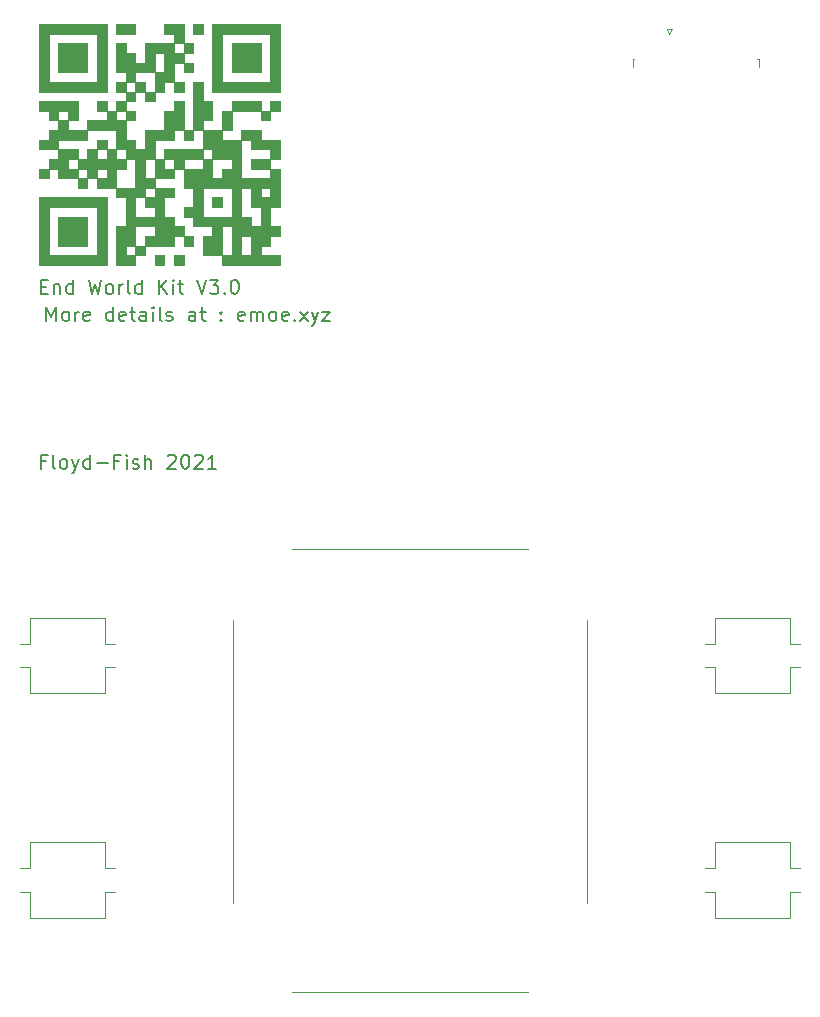
<source format=gbr>
%TF.GenerationSoftware,KiCad,Pcbnew,(5.1.8)-1*%
%TF.CreationDate,2021-08-31T22:24:42+08:00*%
%TF.ProjectId,End_World_Kit_V3.0,456e645f-576f-4726-9c64-5f4b69745f56,rev?*%
%TF.SameCoordinates,Original*%
%TF.FileFunction,Legend,Top*%
%TF.FilePolarity,Positive*%
%FSLAX46Y46*%
G04 Gerber Fmt 4.6, Leading zero omitted, Abs format (unit mm)*
G04 Created by KiCad (PCBNEW (5.1.8)-1) date 2021-08-31 22:24:42*
%MOMM*%
%LPD*%
G01*
G04 APERTURE LIST*
%ADD10C,0.150000*%
%ADD11C,0.010000*%
%ADD12C,0.120000*%
G04 APERTURE END LIST*
D10*
X68900000Y-98314285D02*
X68500000Y-98314285D01*
X68500000Y-98942857D02*
X68500000Y-97742857D01*
X69071428Y-97742857D01*
X69700000Y-98942857D02*
X69585714Y-98885714D01*
X69528571Y-98771428D01*
X69528571Y-97742857D01*
X70328571Y-98942857D02*
X70214285Y-98885714D01*
X70157142Y-98828571D01*
X70100000Y-98714285D01*
X70100000Y-98371428D01*
X70157142Y-98257142D01*
X70214285Y-98200000D01*
X70328571Y-98142857D01*
X70500000Y-98142857D01*
X70614285Y-98200000D01*
X70671428Y-98257142D01*
X70728571Y-98371428D01*
X70728571Y-98714285D01*
X70671428Y-98828571D01*
X70614285Y-98885714D01*
X70500000Y-98942857D01*
X70328571Y-98942857D01*
X71128571Y-98142857D02*
X71414285Y-98942857D01*
X71700000Y-98142857D02*
X71414285Y-98942857D01*
X71300000Y-99228571D01*
X71242857Y-99285714D01*
X71128571Y-99342857D01*
X72671428Y-98942857D02*
X72671428Y-97742857D01*
X72671428Y-98885714D02*
X72557142Y-98942857D01*
X72328571Y-98942857D01*
X72214285Y-98885714D01*
X72157142Y-98828571D01*
X72100000Y-98714285D01*
X72100000Y-98371428D01*
X72157142Y-98257142D01*
X72214285Y-98200000D01*
X72328571Y-98142857D01*
X72557142Y-98142857D01*
X72671428Y-98200000D01*
X73242857Y-98485714D02*
X74157142Y-98485714D01*
X75128571Y-98314285D02*
X74728571Y-98314285D01*
X74728571Y-98942857D02*
X74728571Y-97742857D01*
X75300000Y-97742857D01*
X75757142Y-98942857D02*
X75757142Y-98142857D01*
X75757142Y-97742857D02*
X75700000Y-97800000D01*
X75757142Y-97857142D01*
X75814285Y-97800000D01*
X75757142Y-97742857D01*
X75757142Y-97857142D01*
X76271428Y-98885714D02*
X76385714Y-98942857D01*
X76614285Y-98942857D01*
X76728571Y-98885714D01*
X76785714Y-98771428D01*
X76785714Y-98714285D01*
X76728571Y-98600000D01*
X76614285Y-98542857D01*
X76442857Y-98542857D01*
X76328571Y-98485714D01*
X76271428Y-98371428D01*
X76271428Y-98314285D01*
X76328571Y-98200000D01*
X76442857Y-98142857D01*
X76614285Y-98142857D01*
X76728571Y-98200000D01*
X77300000Y-98942857D02*
X77300000Y-97742857D01*
X77814285Y-98942857D02*
X77814285Y-98314285D01*
X77757142Y-98200000D01*
X77642857Y-98142857D01*
X77471428Y-98142857D01*
X77357142Y-98200000D01*
X77300000Y-98257142D01*
X79242857Y-97857142D02*
X79300000Y-97800000D01*
X79414285Y-97742857D01*
X79700000Y-97742857D01*
X79814285Y-97800000D01*
X79871428Y-97857142D01*
X79928571Y-97971428D01*
X79928571Y-98085714D01*
X79871428Y-98257142D01*
X79185714Y-98942857D01*
X79928571Y-98942857D01*
X80671428Y-97742857D02*
X80785714Y-97742857D01*
X80900000Y-97800000D01*
X80957142Y-97857142D01*
X81014285Y-97971428D01*
X81071428Y-98200000D01*
X81071428Y-98485714D01*
X81014285Y-98714285D01*
X80957142Y-98828571D01*
X80900000Y-98885714D01*
X80785714Y-98942857D01*
X80671428Y-98942857D01*
X80557142Y-98885714D01*
X80500000Y-98828571D01*
X80442857Y-98714285D01*
X80385714Y-98485714D01*
X80385714Y-98200000D01*
X80442857Y-97971428D01*
X80500000Y-97857142D01*
X80557142Y-97800000D01*
X80671428Y-97742857D01*
X81528571Y-97857142D02*
X81585714Y-97800000D01*
X81700000Y-97742857D01*
X81985714Y-97742857D01*
X82100000Y-97800000D01*
X82157142Y-97857142D01*
X82214285Y-97971428D01*
X82214285Y-98085714D01*
X82157142Y-98257142D01*
X81471428Y-98942857D01*
X82214285Y-98942857D01*
X83357142Y-98942857D02*
X82671428Y-98942857D01*
X83014285Y-98942857D02*
X83014285Y-97742857D01*
X82900000Y-97914285D01*
X82785714Y-98028571D01*
X82671428Y-98085714D01*
X68957142Y-86442857D02*
X68957142Y-85242857D01*
X69357142Y-86100000D01*
X69757142Y-85242857D01*
X69757142Y-86442857D01*
X70500000Y-86442857D02*
X70385714Y-86385714D01*
X70328571Y-86328571D01*
X70271428Y-86214285D01*
X70271428Y-85871428D01*
X70328571Y-85757142D01*
X70385714Y-85700000D01*
X70500000Y-85642857D01*
X70671428Y-85642857D01*
X70785714Y-85700000D01*
X70842857Y-85757142D01*
X70900000Y-85871428D01*
X70900000Y-86214285D01*
X70842857Y-86328571D01*
X70785714Y-86385714D01*
X70671428Y-86442857D01*
X70500000Y-86442857D01*
X71414285Y-86442857D02*
X71414285Y-85642857D01*
X71414285Y-85871428D02*
X71471428Y-85757142D01*
X71528571Y-85700000D01*
X71642857Y-85642857D01*
X71757142Y-85642857D01*
X72614285Y-86385714D02*
X72500000Y-86442857D01*
X72271428Y-86442857D01*
X72157142Y-86385714D01*
X72100000Y-86271428D01*
X72100000Y-85814285D01*
X72157142Y-85700000D01*
X72271428Y-85642857D01*
X72500000Y-85642857D01*
X72614285Y-85700000D01*
X72671428Y-85814285D01*
X72671428Y-85928571D01*
X72100000Y-86042857D01*
X74614285Y-86442857D02*
X74614285Y-85242857D01*
X74614285Y-86385714D02*
X74500000Y-86442857D01*
X74271428Y-86442857D01*
X74157142Y-86385714D01*
X74100000Y-86328571D01*
X74042857Y-86214285D01*
X74042857Y-85871428D01*
X74100000Y-85757142D01*
X74157142Y-85700000D01*
X74271428Y-85642857D01*
X74500000Y-85642857D01*
X74614285Y-85700000D01*
X75642857Y-86385714D02*
X75528571Y-86442857D01*
X75300000Y-86442857D01*
X75185714Y-86385714D01*
X75128571Y-86271428D01*
X75128571Y-85814285D01*
X75185714Y-85700000D01*
X75300000Y-85642857D01*
X75528571Y-85642857D01*
X75642857Y-85700000D01*
X75700000Y-85814285D01*
X75700000Y-85928571D01*
X75128571Y-86042857D01*
X76042857Y-85642857D02*
X76500000Y-85642857D01*
X76214285Y-85242857D02*
X76214285Y-86271428D01*
X76271428Y-86385714D01*
X76385714Y-86442857D01*
X76500000Y-86442857D01*
X77414285Y-86442857D02*
X77414285Y-85814285D01*
X77357142Y-85700000D01*
X77242857Y-85642857D01*
X77014285Y-85642857D01*
X76900000Y-85700000D01*
X77414285Y-86385714D02*
X77300000Y-86442857D01*
X77014285Y-86442857D01*
X76900000Y-86385714D01*
X76842857Y-86271428D01*
X76842857Y-86157142D01*
X76900000Y-86042857D01*
X77014285Y-85985714D01*
X77300000Y-85985714D01*
X77414285Y-85928571D01*
X77985714Y-86442857D02*
X77985714Y-85642857D01*
X77985714Y-85242857D02*
X77928571Y-85300000D01*
X77985714Y-85357142D01*
X78042857Y-85300000D01*
X77985714Y-85242857D01*
X77985714Y-85357142D01*
X78728571Y-86442857D02*
X78614285Y-86385714D01*
X78557142Y-86271428D01*
X78557142Y-85242857D01*
X79128571Y-86385714D02*
X79242857Y-86442857D01*
X79471428Y-86442857D01*
X79585714Y-86385714D01*
X79642857Y-86271428D01*
X79642857Y-86214285D01*
X79585714Y-86100000D01*
X79471428Y-86042857D01*
X79300000Y-86042857D01*
X79185714Y-85985714D01*
X79128571Y-85871428D01*
X79128571Y-85814285D01*
X79185714Y-85700000D01*
X79300000Y-85642857D01*
X79471428Y-85642857D01*
X79585714Y-85700000D01*
X81585714Y-86442857D02*
X81585714Y-85814285D01*
X81528571Y-85700000D01*
X81414285Y-85642857D01*
X81185714Y-85642857D01*
X81071428Y-85700000D01*
X81585714Y-86385714D02*
X81471428Y-86442857D01*
X81185714Y-86442857D01*
X81071428Y-86385714D01*
X81014285Y-86271428D01*
X81014285Y-86157142D01*
X81071428Y-86042857D01*
X81185714Y-85985714D01*
X81471428Y-85985714D01*
X81585714Y-85928571D01*
X81985714Y-85642857D02*
X82442857Y-85642857D01*
X82157142Y-85242857D02*
X82157142Y-86271428D01*
X82214285Y-86385714D01*
X82328571Y-86442857D01*
X82442857Y-86442857D01*
X83757142Y-86328571D02*
X83814285Y-86385714D01*
X83757142Y-86442857D01*
X83700000Y-86385714D01*
X83757142Y-86328571D01*
X83757142Y-86442857D01*
X83757142Y-85700000D02*
X83814285Y-85757142D01*
X83757142Y-85814285D01*
X83700000Y-85757142D01*
X83757142Y-85700000D01*
X83757142Y-85814285D01*
X85700000Y-86385714D02*
X85585714Y-86442857D01*
X85357142Y-86442857D01*
X85242857Y-86385714D01*
X85185714Y-86271428D01*
X85185714Y-85814285D01*
X85242857Y-85700000D01*
X85357142Y-85642857D01*
X85585714Y-85642857D01*
X85700000Y-85700000D01*
X85757142Y-85814285D01*
X85757142Y-85928571D01*
X85185714Y-86042857D01*
X86271428Y-86442857D02*
X86271428Y-85642857D01*
X86271428Y-85757142D02*
X86328571Y-85700000D01*
X86442857Y-85642857D01*
X86614285Y-85642857D01*
X86728571Y-85700000D01*
X86785714Y-85814285D01*
X86785714Y-86442857D01*
X86785714Y-85814285D02*
X86842857Y-85700000D01*
X86957142Y-85642857D01*
X87128571Y-85642857D01*
X87242857Y-85700000D01*
X87300000Y-85814285D01*
X87300000Y-86442857D01*
X88042857Y-86442857D02*
X87928571Y-86385714D01*
X87871428Y-86328571D01*
X87814285Y-86214285D01*
X87814285Y-85871428D01*
X87871428Y-85757142D01*
X87928571Y-85700000D01*
X88042857Y-85642857D01*
X88214285Y-85642857D01*
X88328571Y-85700000D01*
X88385714Y-85757142D01*
X88442857Y-85871428D01*
X88442857Y-86214285D01*
X88385714Y-86328571D01*
X88328571Y-86385714D01*
X88214285Y-86442857D01*
X88042857Y-86442857D01*
X89414285Y-86385714D02*
X89300000Y-86442857D01*
X89071428Y-86442857D01*
X88957142Y-86385714D01*
X88900000Y-86271428D01*
X88900000Y-85814285D01*
X88957142Y-85700000D01*
X89071428Y-85642857D01*
X89300000Y-85642857D01*
X89414285Y-85700000D01*
X89471428Y-85814285D01*
X89471428Y-85928571D01*
X88900000Y-86042857D01*
X89985714Y-86328571D02*
X90042857Y-86385714D01*
X89985714Y-86442857D01*
X89928571Y-86385714D01*
X89985714Y-86328571D01*
X89985714Y-86442857D01*
X90442857Y-86442857D02*
X91071428Y-85642857D01*
X90442857Y-85642857D02*
X91071428Y-86442857D01*
X91414285Y-85642857D02*
X91700000Y-86442857D01*
X91985714Y-85642857D02*
X91700000Y-86442857D01*
X91585714Y-86728571D01*
X91528571Y-86785714D01*
X91414285Y-86842857D01*
X92328571Y-85642857D02*
X92957142Y-85642857D01*
X92328571Y-86442857D01*
X92957142Y-86442857D01*
X68507142Y-83514285D02*
X68907142Y-83514285D01*
X69078571Y-84142857D02*
X68507142Y-84142857D01*
X68507142Y-82942857D01*
X69078571Y-82942857D01*
X69592857Y-83342857D02*
X69592857Y-84142857D01*
X69592857Y-83457142D02*
X69650000Y-83400000D01*
X69764285Y-83342857D01*
X69935714Y-83342857D01*
X70050000Y-83400000D01*
X70107142Y-83514285D01*
X70107142Y-84142857D01*
X71192857Y-84142857D02*
X71192857Y-82942857D01*
X71192857Y-84085714D02*
X71078571Y-84142857D01*
X70850000Y-84142857D01*
X70735714Y-84085714D01*
X70678571Y-84028571D01*
X70621428Y-83914285D01*
X70621428Y-83571428D01*
X70678571Y-83457142D01*
X70735714Y-83400000D01*
X70850000Y-83342857D01*
X71078571Y-83342857D01*
X71192857Y-83400000D01*
X72564285Y-82942857D02*
X72850000Y-84142857D01*
X73078571Y-83285714D01*
X73307142Y-84142857D01*
X73592857Y-82942857D01*
X74221428Y-84142857D02*
X74107142Y-84085714D01*
X74050000Y-84028571D01*
X73992857Y-83914285D01*
X73992857Y-83571428D01*
X74050000Y-83457142D01*
X74107142Y-83400000D01*
X74221428Y-83342857D01*
X74392857Y-83342857D01*
X74507142Y-83400000D01*
X74564285Y-83457142D01*
X74621428Y-83571428D01*
X74621428Y-83914285D01*
X74564285Y-84028571D01*
X74507142Y-84085714D01*
X74392857Y-84142857D01*
X74221428Y-84142857D01*
X75135714Y-84142857D02*
X75135714Y-83342857D01*
X75135714Y-83571428D02*
X75192857Y-83457142D01*
X75250000Y-83400000D01*
X75364285Y-83342857D01*
X75478571Y-83342857D01*
X76050000Y-84142857D02*
X75935714Y-84085714D01*
X75878571Y-83971428D01*
X75878571Y-82942857D01*
X77021428Y-84142857D02*
X77021428Y-82942857D01*
X77021428Y-84085714D02*
X76907142Y-84142857D01*
X76678571Y-84142857D01*
X76564285Y-84085714D01*
X76507142Y-84028571D01*
X76450000Y-83914285D01*
X76450000Y-83571428D01*
X76507142Y-83457142D01*
X76564285Y-83400000D01*
X76678571Y-83342857D01*
X76907142Y-83342857D01*
X77021428Y-83400000D01*
X78507142Y-84142857D02*
X78507142Y-82942857D01*
X79192857Y-84142857D02*
X78678571Y-83457142D01*
X79192857Y-82942857D02*
X78507142Y-83628571D01*
X79707142Y-84142857D02*
X79707142Y-83342857D01*
X79707142Y-82942857D02*
X79650000Y-83000000D01*
X79707142Y-83057142D01*
X79764285Y-83000000D01*
X79707142Y-82942857D01*
X79707142Y-83057142D01*
X80107142Y-83342857D02*
X80564285Y-83342857D01*
X80278571Y-82942857D02*
X80278571Y-83971428D01*
X80335714Y-84085714D01*
X80450000Y-84142857D01*
X80564285Y-84142857D01*
X81707142Y-82942857D02*
X82107142Y-84142857D01*
X82507142Y-82942857D01*
X82792857Y-82942857D02*
X83535714Y-82942857D01*
X83135714Y-83400000D01*
X83307142Y-83400000D01*
X83421428Y-83457142D01*
X83478571Y-83514285D01*
X83535714Y-83628571D01*
X83535714Y-83914285D01*
X83478571Y-84028571D01*
X83421428Y-84085714D01*
X83307142Y-84142857D01*
X82964285Y-84142857D01*
X82850000Y-84085714D01*
X82792857Y-84028571D01*
X84050000Y-84028571D02*
X84107142Y-84085714D01*
X84050000Y-84142857D01*
X83992857Y-84085714D01*
X84050000Y-84028571D01*
X84050000Y-84142857D01*
X84850000Y-82942857D02*
X84964285Y-82942857D01*
X85078571Y-83000000D01*
X85135714Y-83057142D01*
X85192857Y-83171428D01*
X85250000Y-83400000D01*
X85250000Y-83685714D01*
X85192857Y-83914285D01*
X85135714Y-84028571D01*
X85078571Y-84085714D01*
X84964285Y-84142857D01*
X84850000Y-84142857D01*
X84735714Y-84085714D01*
X84678571Y-84028571D01*
X84621428Y-83914285D01*
X84564285Y-83685714D01*
X84564285Y-83400000D01*
X84621428Y-83171428D01*
X84678571Y-83057142D01*
X84735714Y-83000000D01*
X84850000Y-82942857D01*
D11*
%TO.C,G\u002A\u002A\u002A*%
G36*
X87176334Y-65344334D02*
G01*
X84721000Y-65344334D01*
X84721000Y-62889000D01*
X87176334Y-62889000D01*
X87176334Y-65344334D01*
G37*
X87176334Y-65344334D02*
X84721000Y-65344334D01*
X84721000Y-62889000D01*
X87176334Y-62889000D01*
X87176334Y-65344334D01*
G36*
X72444334Y-65344334D02*
G01*
X69989000Y-65344334D01*
X69989000Y-62889000D01*
X72444334Y-62889000D01*
X72444334Y-65344334D01*
G37*
X72444334Y-65344334D02*
X69989000Y-65344334D01*
X69989000Y-62889000D01*
X72444334Y-62889000D01*
X72444334Y-65344334D01*
G36*
X74137667Y-71863667D02*
G01*
X73291000Y-71863667D01*
X73291000Y-71101667D01*
X74137667Y-71101667D01*
X74137667Y-71863667D01*
G37*
X74137667Y-71863667D02*
X73291000Y-71863667D01*
X73291000Y-71101667D01*
X74137667Y-71101667D01*
X74137667Y-71863667D01*
G36*
X83874334Y-76774334D02*
G01*
X83027667Y-76774334D01*
X83027667Y-75927667D01*
X83874334Y-75927667D01*
X83874334Y-76774334D01*
G37*
X83874334Y-76774334D02*
X83027667Y-76774334D01*
X83027667Y-75927667D01*
X83874334Y-75927667D01*
X83874334Y-76774334D01*
G36*
X72444334Y-80076334D02*
G01*
X69989000Y-80076334D01*
X69989000Y-77621000D01*
X72444334Y-77621000D01*
X72444334Y-80076334D01*
G37*
X72444334Y-80076334D02*
X69989000Y-80076334D01*
X69989000Y-77621000D01*
X72444334Y-77621000D01*
X72444334Y-80076334D01*
G36*
X82265667Y-62127000D02*
G01*
X81419000Y-62127000D01*
X81419000Y-61280334D01*
X82265667Y-61280334D01*
X82265667Y-62127000D01*
G37*
X82265667Y-62127000D02*
X81419000Y-62127000D01*
X81419000Y-61280334D01*
X82265667Y-61280334D01*
X82265667Y-62127000D01*
G36*
X76508334Y-62127000D02*
G01*
X74899667Y-62127000D01*
X74899667Y-61280334D01*
X76508334Y-61280334D01*
X76508334Y-62127000D01*
G37*
X76508334Y-62127000D02*
X74899667Y-62127000D01*
X74899667Y-61280334D01*
X76508334Y-61280334D01*
X76508334Y-62127000D01*
G36*
X88785000Y-67037667D02*
G01*
X83027667Y-67037667D01*
X83027667Y-62127000D01*
X83874334Y-62127000D01*
X83874334Y-66191000D01*
X87938334Y-66191000D01*
X87938334Y-62127000D01*
X83874334Y-62127000D01*
X83027667Y-62127000D01*
X83027667Y-61280334D01*
X88785000Y-61280334D01*
X88785000Y-67037667D01*
G37*
X88785000Y-67037667D02*
X83027667Y-67037667D01*
X83027667Y-62127000D01*
X83874334Y-62127000D01*
X83874334Y-66191000D01*
X87938334Y-66191000D01*
X87938334Y-62127000D01*
X83874334Y-62127000D01*
X83027667Y-62127000D01*
X83027667Y-61280334D01*
X88785000Y-61280334D01*
X88785000Y-67037667D01*
G36*
X74137667Y-67037667D02*
G01*
X68380334Y-67037667D01*
X68380334Y-62127000D01*
X69227000Y-62127000D01*
X69227000Y-66191000D01*
X73291000Y-66191000D01*
X73291000Y-62127000D01*
X69227000Y-62127000D01*
X68380334Y-62127000D01*
X68380334Y-61280334D01*
X74137667Y-61280334D01*
X74137667Y-67037667D01*
G37*
X74137667Y-67037667D02*
X68380334Y-67037667D01*
X68380334Y-62127000D01*
X69227000Y-62127000D01*
X69227000Y-66191000D01*
X73291000Y-66191000D01*
X73291000Y-62127000D01*
X69227000Y-62127000D01*
X68380334Y-62127000D01*
X68380334Y-61280334D01*
X74137667Y-61280334D01*
X74137667Y-67037667D01*
G36*
X80657000Y-81685000D02*
G01*
X79810334Y-81685000D01*
X79810334Y-80838334D01*
X80657000Y-80838334D01*
X80657000Y-81685000D01*
G37*
X80657000Y-81685000D02*
X79810334Y-81685000D01*
X79810334Y-80838334D01*
X80657000Y-80838334D01*
X80657000Y-81685000D01*
G36*
X78963667Y-81685000D02*
G01*
X78201667Y-81685000D01*
X78201667Y-80838334D01*
X78963667Y-80838334D01*
X78963667Y-81685000D01*
G37*
X78963667Y-81685000D02*
X78201667Y-81685000D01*
X78201667Y-80838334D01*
X78963667Y-80838334D01*
X78963667Y-81685000D01*
G36*
X75746334Y-71101667D02*
G01*
X76508334Y-71101667D01*
X76508334Y-71863667D01*
X77355000Y-71863667D01*
X77355000Y-71101667D01*
X78201667Y-71101667D01*
X78201667Y-72710334D01*
X78963667Y-72710334D01*
X78963667Y-73557000D01*
X79810334Y-73557000D01*
X79810334Y-72710334D01*
X80657000Y-72710334D01*
X80657000Y-73557000D01*
X82265667Y-73557000D01*
X82265667Y-72710334D01*
X80657000Y-72710334D01*
X79810334Y-72710334D01*
X78963667Y-72710334D01*
X78963667Y-71863667D01*
X82265667Y-71863667D01*
X82265667Y-72710334D01*
X83027667Y-72710334D01*
X83027667Y-74319000D01*
X83874334Y-74319000D01*
X83874334Y-73557000D01*
X84721000Y-73557000D01*
X84721000Y-72710334D01*
X83027667Y-72710334D01*
X83027667Y-71863667D01*
X82265667Y-71863667D01*
X82265667Y-70255000D01*
X81419000Y-70255000D01*
X81419000Y-71101667D01*
X80657000Y-71101667D01*
X80657000Y-70255000D01*
X79810334Y-70255000D01*
X79810334Y-71101667D01*
X78201667Y-71101667D01*
X77355000Y-71101667D01*
X77355000Y-70255000D01*
X78963667Y-70255000D01*
X78963667Y-68646334D01*
X79810334Y-68646334D01*
X79810334Y-67799667D01*
X80657000Y-67799667D01*
X80657000Y-70255000D01*
X81419000Y-70255000D01*
X81419000Y-66191000D01*
X82265667Y-66191000D01*
X82265667Y-67799667D01*
X83027667Y-67799667D01*
X83027667Y-69408334D01*
X82265667Y-69408334D01*
X82265667Y-70255000D01*
X83874334Y-70255000D01*
X83874334Y-71101667D01*
X85483000Y-71101667D01*
X85483000Y-74319000D01*
X87938334Y-74319000D01*
X87938334Y-73557000D01*
X86329667Y-73557000D01*
X86329667Y-72710334D01*
X87938334Y-72710334D01*
X87938334Y-71863667D01*
X86329667Y-71863667D01*
X86329667Y-71101667D01*
X85483000Y-71101667D01*
X85483000Y-70255000D01*
X87176334Y-70255000D01*
X87176334Y-71101667D01*
X88785000Y-71101667D01*
X88785000Y-72710334D01*
X87938334Y-72710334D01*
X87938334Y-73557000D01*
X88785000Y-73557000D01*
X88785000Y-76774334D01*
X87938334Y-76774334D01*
X87938334Y-78383000D01*
X88785000Y-78383000D01*
X88785000Y-79229667D01*
X87938334Y-79229667D01*
X87938334Y-80076334D01*
X87176334Y-80076334D01*
X87176334Y-80838334D01*
X88785000Y-80838334D01*
X88785000Y-81685000D01*
X83874334Y-81685000D01*
X83874334Y-80838334D01*
X82265667Y-80838334D01*
X82265667Y-79229667D01*
X83027667Y-79229667D01*
X83027667Y-78383000D01*
X83874334Y-78383000D01*
X83874334Y-80838334D01*
X84721000Y-80838334D01*
X84721000Y-79229667D01*
X85483000Y-79229667D01*
X85483000Y-80838334D01*
X86329667Y-80838334D01*
X86329667Y-79229667D01*
X85483000Y-79229667D01*
X84721000Y-79229667D01*
X84721000Y-78383000D01*
X83874334Y-78383000D01*
X83027667Y-78383000D01*
X81419000Y-78383000D01*
X81419000Y-77621000D01*
X80657000Y-77621000D01*
X80657000Y-76774334D01*
X81419000Y-76774334D01*
X81419000Y-75165667D01*
X82265667Y-75165667D01*
X82265667Y-77621000D01*
X84721000Y-77621000D01*
X84721000Y-75165667D01*
X85483000Y-75165667D01*
X85483000Y-77621000D01*
X86329667Y-77621000D01*
X86329667Y-78383000D01*
X87176334Y-78383000D01*
X87176334Y-76774334D01*
X86329667Y-76774334D01*
X86329667Y-75165667D01*
X87176334Y-75165667D01*
X87176334Y-75927667D01*
X87938334Y-75927667D01*
X87938334Y-75165667D01*
X87176334Y-75165667D01*
X86329667Y-75165667D01*
X85483000Y-75165667D01*
X84721000Y-75165667D01*
X82265667Y-75165667D01*
X81419000Y-75165667D01*
X80657000Y-75165667D01*
X80657000Y-73557000D01*
X79810334Y-73557000D01*
X79810334Y-74319000D01*
X78201667Y-74319000D01*
X78201667Y-75165667D01*
X79810334Y-75165667D01*
X79810334Y-75927667D01*
X78963667Y-75927667D01*
X78963667Y-77621000D01*
X79810334Y-77621000D01*
X79810334Y-78383000D01*
X80657000Y-78383000D01*
X80657000Y-79229667D01*
X79810334Y-79229667D01*
X79810334Y-80076334D01*
X77355000Y-80076334D01*
X77355000Y-80838334D01*
X76508334Y-80838334D01*
X76508334Y-81685000D01*
X74899667Y-81685000D01*
X74899667Y-80076334D01*
X75746334Y-80076334D01*
X75746334Y-80838334D01*
X76508334Y-80838334D01*
X76508334Y-80076334D01*
X75746334Y-80076334D01*
X74899667Y-80076334D01*
X74899667Y-78383000D01*
X75746334Y-78383000D01*
X76508334Y-78383000D01*
X76508334Y-80076334D01*
X77355000Y-80076334D01*
X77355000Y-79229667D01*
X78201667Y-79229667D01*
X78201667Y-78383000D01*
X76508334Y-78383000D01*
X75746334Y-78383000D01*
X75746334Y-75927667D01*
X76508334Y-75927667D01*
X76508334Y-77621000D01*
X78201667Y-77621000D01*
X78201667Y-76774334D01*
X77355000Y-76774334D01*
X77355000Y-75927667D01*
X76508334Y-75927667D01*
X75746334Y-75927667D01*
X74899667Y-75927667D01*
X74899667Y-75165667D01*
X73291000Y-75165667D01*
X73291000Y-74319000D01*
X72444334Y-74319000D01*
X72444334Y-75165667D01*
X71682334Y-75165667D01*
X71682334Y-74319000D01*
X72444334Y-74319000D01*
X72444334Y-73557000D01*
X73291000Y-73557000D01*
X73291000Y-74319000D01*
X74137667Y-74319000D01*
X74137667Y-73557000D01*
X74899667Y-73557000D01*
X74899667Y-75165667D01*
X76508334Y-75165667D01*
X77355000Y-75165667D01*
X77355000Y-75927667D01*
X78201667Y-75927667D01*
X78201667Y-75165667D01*
X77355000Y-75165667D01*
X76508334Y-75165667D01*
X76508334Y-72710334D01*
X77355000Y-72710334D01*
X77355000Y-74319000D01*
X78201667Y-74319000D01*
X78201667Y-72710334D01*
X77355000Y-72710334D01*
X76508334Y-72710334D01*
X75746334Y-72710334D01*
X75746334Y-73557000D01*
X74899667Y-73557000D01*
X74137667Y-73557000D01*
X73291000Y-73557000D01*
X72444334Y-73557000D01*
X71682334Y-73557000D01*
X71682334Y-74319000D01*
X69989000Y-74319000D01*
X69989000Y-73557000D01*
X69227000Y-73557000D01*
X69227000Y-72710334D01*
X69989000Y-72710334D01*
X70835667Y-72710334D01*
X70835667Y-73557000D01*
X71682334Y-73557000D01*
X71682334Y-72710334D01*
X70835667Y-72710334D01*
X69989000Y-72710334D01*
X69989000Y-71863667D01*
X68380334Y-71863667D01*
X68380334Y-71101667D01*
X69227000Y-71101667D01*
X69989000Y-71101667D01*
X69989000Y-71863667D01*
X71682334Y-71863667D01*
X71682334Y-72710334D01*
X72444334Y-72710334D01*
X72444334Y-71863667D01*
X73291000Y-71863667D01*
X73291000Y-72710334D01*
X74137667Y-72710334D01*
X74137667Y-71863667D01*
X74899667Y-71863667D01*
X74899667Y-72710334D01*
X75746334Y-72710334D01*
X75746334Y-71863667D01*
X74899667Y-71863667D01*
X74899667Y-70255000D01*
X72444334Y-70255000D01*
X72444334Y-71101667D01*
X69989000Y-71101667D01*
X69227000Y-71101667D01*
X69227000Y-70255000D01*
X69989000Y-70255000D01*
X69989000Y-69408334D01*
X69227000Y-69408334D01*
X69227000Y-68646334D01*
X69989000Y-68646334D01*
X69989000Y-69408334D01*
X70835667Y-69408334D01*
X70835667Y-68646334D01*
X69989000Y-68646334D01*
X69227000Y-68646334D01*
X68380334Y-68646334D01*
X68380334Y-67799667D01*
X71682334Y-67799667D01*
X71682334Y-69408334D01*
X70835667Y-69408334D01*
X70835667Y-70255000D01*
X72444334Y-70255000D01*
X72444334Y-69408334D01*
X74137667Y-69408334D01*
X74137667Y-68646334D01*
X74899667Y-68646334D01*
X74899667Y-69408334D01*
X75746334Y-69408334D01*
X75746334Y-71101667D01*
G37*
X75746334Y-71101667D02*
X76508334Y-71101667D01*
X76508334Y-71863667D01*
X77355000Y-71863667D01*
X77355000Y-71101667D01*
X78201667Y-71101667D01*
X78201667Y-72710334D01*
X78963667Y-72710334D01*
X78963667Y-73557000D01*
X79810334Y-73557000D01*
X79810334Y-72710334D01*
X80657000Y-72710334D01*
X80657000Y-73557000D01*
X82265667Y-73557000D01*
X82265667Y-72710334D01*
X80657000Y-72710334D01*
X79810334Y-72710334D01*
X78963667Y-72710334D01*
X78963667Y-71863667D01*
X82265667Y-71863667D01*
X82265667Y-72710334D01*
X83027667Y-72710334D01*
X83027667Y-74319000D01*
X83874334Y-74319000D01*
X83874334Y-73557000D01*
X84721000Y-73557000D01*
X84721000Y-72710334D01*
X83027667Y-72710334D01*
X83027667Y-71863667D01*
X82265667Y-71863667D01*
X82265667Y-70255000D01*
X81419000Y-70255000D01*
X81419000Y-71101667D01*
X80657000Y-71101667D01*
X80657000Y-70255000D01*
X79810334Y-70255000D01*
X79810334Y-71101667D01*
X78201667Y-71101667D01*
X77355000Y-71101667D01*
X77355000Y-70255000D01*
X78963667Y-70255000D01*
X78963667Y-68646334D01*
X79810334Y-68646334D01*
X79810334Y-67799667D01*
X80657000Y-67799667D01*
X80657000Y-70255000D01*
X81419000Y-70255000D01*
X81419000Y-66191000D01*
X82265667Y-66191000D01*
X82265667Y-67799667D01*
X83027667Y-67799667D01*
X83027667Y-69408334D01*
X82265667Y-69408334D01*
X82265667Y-70255000D01*
X83874334Y-70255000D01*
X83874334Y-71101667D01*
X85483000Y-71101667D01*
X85483000Y-74319000D01*
X87938334Y-74319000D01*
X87938334Y-73557000D01*
X86329667Y-73557000D01*
X86329667Y-72710334D01*
X87938334Y-72710334D01*
X87938334Y-71863667D01*
X86329667Y-71863667D01*
X86329667Y-71101667D01*
X85483000Y-71101667D01*
X85483000Y-70255000D01*
X87176334Y-70255000D01*
X87176334Y-71101667D01*
X88785000Y-71101667D01*
X88785000Y-72710334D01*
X87938334Y-72710334D01*
X87938334Y-73557000D01*
X88785000Y-73557000D01*
X88785000Y-76774334D01*
X87938334Y-76774334D01*
X87938334Y-78383000D01*
X88785000Y-78383000D01*
X88785000Y-79229667D01*
X87938334Y-79229667D01*
X87938334Y-80076334D01*
X87176334Y-80076334D01*
X87176334Y-80838334D01*
X88785000Y-80838334D01*
X88785000Y-81685000D01*
X83874334Y-81685000D01*
X83874334Y-80838334D01*
X82265667Y-80838334D01*
X82265667Y-79229667D01*
X83027667Y-79229667D01*
X83027667Y-78383000D01*
X83874334Y-78383000D01*
X83874334Y-80838334D01*
X84721000Y-80838334D01*
X84721000Y-79229667D01*
X85483000Y-79229667D01*
X85483000Y-80838334D01*
X86329667Y-80838334D01*
X86329667Y-79229667D01*
X85483000Y-79229667D01*
X84721000Y-79229667D01*
X84721000Y-78383000D01*
X83874334Y-78383000D01*
X83027667Y-78383000D01*
X81419000Y-78383000D01*
X81419000Y-77621000D01*
X80657000Y-77621000D01*
X80657000Y-76774334D01*
X81419000Y-76774334D01*
X81419000Y-75165667D01*
X82265667Y-75165667D01*
X82265667Y-77621000D01*
X84721000Y-77621000D01*
X84721000Y-75165667D01*
X85483000Y-75165667D01*
X85483000Y-77621000D01*
X86329667Y-77621000D01*
X86329667Y-78383000D01*
X87176334Y-78383000D01*
X87176334Y-76774334D01*
X86329667Y-76774334D01*
X86329667Y-75165667D01*
X87176334Y-75165667D01*
X87176334Y-75927667D01*
X87938334Y-75927667D01*
X87938334Y-75165667D01*
X87176334Y-75165667D01*
X86329667Y-75165667D01*
X85483000Y-75165667D01*
X84721000Y-75165667D01*
X82265667Y-75165667D01*
X81419000Y-75165667D01*
X80657000Y-75165667D01*
X80657000Y-73557000D01*
X79810334Y-73557000D01*
X79810334Y-74319000D01*
X78201667Y-74319000D01*
X78201667Y-75165667D01*
X79810334Y-75165667D01*
X79810334Y-75927667D01*
X78963667Y-75927667D01*
X78963667Y-77621000D01*
X79810334Y-77621000D01*
X79810334Y-78383000D01*
X80657000Y-78383000D01*
X80657000Y-79229667D01*
X79810334Y-79229667D01*
X79810334Y-80076334D01*
X77355000Y-80076334D01*
X77355000Y-80838334D01*
X76508334Y-80838334D01*
X76508334Y-81685000D01*
X74899667Y-81685000D01*
X74899667Y-80076334D01*
X75746334Y-80076334D01*
X75746334Y-80838334D01*
X76508334Y-80838334D01*
X76508334Y-80076334D01*
X75746334Y-80076334D01*
X74899667Y-80076334D01*
X74899667Y-78383000D01*
X75746334Y-78383000D01*
X76508334Y-78383000D01*
X76508334Y-80076334D01*
X77355000Y-80076334D01*
X77355000Y-79229667D01*
X78201667Y-79229667D01*
X78201667Y-78383000D01*
X76508334Y-78383000D01*
X75746334Y-78383000D01*
X75746334Y-75927667D01*
X76508334Y-75927667D01*
X76508334Y-77621000D01*
X78201667Y-77621000D01*
X78201667Y-76774334D01*
X77355000Y-76774334D01*
X77355000Y-75927667D01*
X76508334Y-75927667D01*
X75746334Y-75927667D01*
X74899667Y-75927667D01*
X74899667Y-75165667D01*
X73291000Y-75165667D01*
X73291000Y-74319000D01*
X72444334Y-74319000D01*
X72444334Y-75165667D01*
X71682334Y-75165667D01*
X71682334Y-74319000D01*
X72444334Y-74319000D01*
X72444334Y-73557000D01*
X73291000Y-73557000D01*
X73291000Y-74319000D01*
X74137667Y-74319000D01*
X74137667Y-73557000D01*
X74899667Y-73557000D01*
X74899667Y-75165667D01*
X76508334Y-75165667D01*
X77355000Y-75165667D01*
X77355000Y-75927667D01*
X78201667Y-75927667D01*
X78201667Y-75165667D01*
X77355000Y-75165667D01*
X76508334Y-75165667D01*
X76508334Y-72710334D01*
X77355000Y-72710334D01*
X77355000Y-74319000D01*
X78201667Y-74319000D01*
X78201667Y-72710334D01*
X77355000Y-72710334D01*
X76508334Y-72710334D01*
X75746334Y-72710334D01*
X75746334Y-73557000D01*
X74899667Y-73557000D01*
X74137667Y-73557000D01*
X73291000Y-73557000D01*
X72444334Y-73557000D01*
X71682334Y-73557000D01*
X71682334Y-74319000D01*
X69989000Y-74319000D01*
X69989000Y-73557000D01*
X69227000Y-73557000D01*
X69227000Y-72710334D01*
X69989000Y-72710334D01*
X70835667Y-72710334D01*
X70835667Y-73557000D01*
X71682334Y-73557000D01*
X71682334Y-72710334D01*
X70835667Y-72710334D01*
X69989000Y-72710334D01*
X69989000Y-71863667D01*
X68380334Y-71863667D01*
X68380334Y-71101667D01*
X69227000Y-71101667D01*
X69989000Y-71101667D01*
X69989000Y-71863667D01*
X71682334Y-71863667D01*
X71682334Y-72710334D01*
X72444334Y-72710334D01*
X72444334Y-71863667D01*
X73291000Y-71863667D01*
X73291000Y-72710334D01*
X74137667Y-72710334D01*
X74137667Y-71863667D01*
X74899667Y-71863667D01*
X74899667Y-72710334D01*
X75746334Y-72710334D01*
X75746334Y-71863667D01*
X74899667Y-71863667D01*
X74899667Y-70255000D01*
X72444334Y-70255000D01*
X72444334Y-71101667D01*
X69989000Y-71101667D01*
X69227000Y-71101667D01*
X69227000Y-70255000D01*
X69989000Y-70255000D01*
X69989000Y-69408334D01*
X69227000Y-69408334D01*
X69227000Y-68646334D01*
X69989000Y-68646334D01*
X69989000Y-69408334D01*
X70835667Y-69408334D01*
X70835667Y-68646334D01*
X69989000Y-68646334D01*
X69227000Y-68646334D01*
X68380334Y-68646334D01*
X68380334Y-67799667D01*
X71682334Y-67799667D01*
X71682334Y-69408334D01*
X70835667Y-69408334D01*
X70835667Y-70255000D01*
X72444334Y-70255000D01*
X72444334Y-69408334D01*
X74137667Y-69408334D01*
X74137667Y-68646334D01*
X74899667Y-68646334D01*
X74899667Y-69408334D01*
X75746334Y-69408334D01*
X75746334Y-71101667D01*
G36*
X87938334Y-69408334D02*
G01*
X87176334Y-69408334D01*
X87176334Y-68646334D01*
X87938334Y-68646334D01*
X87938334Y-69408334D01*
G37*
X87938334Y-69408334D02*
X87176334Y-69408334D01*
X87176334Y-68646334D01*
X87938334Y-68646334D01*
X87938334Y-69408334D01*
G36*
X84721000Y-68646334D02*
G01*
X84721000Y-67799667D01*
X87176334Y-67799667D01*
X87176334Y-68646334D01*
X84721000Y-68646334D01*
G37*
X84721000Y-68646334D02*
X84721000Y-67799667D01*
X87176334Y-67799667D01*
X87176334Y-68646334D01*
X84721000Y-68646334D01*
G36*
X84721000Y-70255000D02*
G01*
X83874334Y-70255000D01*
X83874334Y-68646334D01*
X84721000Y-68646334D01*
X84721000Y-70255000D01*
G37*
X84721000Y-70255000D02*
X83874334Y-70255000D01*
X83874334Y-68646334D01*
X84721000Y-68646334D01*
X84721000Y-70255000D01*
G36*
X75746334Y-68646334D02*
G01*
X76508334Y-68646334D01*
X76508334Y-69408334D01*
X75746334Y-69408334D01*
X75746334Y-68646334D01*
G37*
X75746334Y-68646334D02*
X76508334Y-68646334D01*
X76508334Y-69408334D01*
X75746334Y-69408334D01*
X75746334Y-68646334D01*
G36*
X87938334Y-67799667D02*
G01*
X88785000Y-67799667D01*
X88785000Y-68646334D01*
X87938334Y-68646334D01*
X87938334Y-67799667D01*
G37*
X87938334Y-67799667D02*
X88785000Y-67799667D01*
X88785000Y-68646334D01*
X87938334Y-68646334D01*
X87938334Y-67799667D01*
G36*
X80657000Y-64582334D02*
G01*
X79810334Y-64582334D01*
X79810334Y-66191000D01*
X78963667Y-66191000D01*
X78963667Y-67037667D01*
X78201667Y-67037667D01*
X78201667Y-67799667D01*
X77355000Y-67799667D01*
X77355000Y-67037667D01*
X76508334Y-67037667D01*
X76508334Y-67799667D01*
X75746334Y-67799667D01*
X75746334Y-67037667D01*
X74899667Y-67037667D01*
X74899667Y-66191000D01*
X75746334Y-66191000D01*
X75746334Y-67037667D01*
X76508334Y-67037667D01*
X76508334Y-66191000D01*
X75746334Y-66191000D01*
X75746334Y-65344334D01*
X76508334Y-65344334D01*
X76508334Y-66191000D01*
X77355000Y-66191000D01*
X77355000Y-67037667D01*
X78201667Y-67037667D01*
X78201667Y-65344334D01*
X76508334Y-65344334D01*
X75746334Y-65344334D01*
X74899667Y-65344334D01*
X74899667Y-62889000D01*
X75746334Y-62889000D01*
X75746334Y-63735667D01*
X76508334Y-63735667D01*
X76508334Y-64582334D01*
X77355000Y-64582334D01*
X77355000Y-63735667D01*
X78201667Y-63735667D01*
X78201667Y-65344334D01*
X78963667Y-65344334D01*
X78963667Y-63735667D01*
X78201667Y-63735667D01*
X77355000Y-63735667D01*
X77355000Y-62889000D01*
X79810334Y-62889000D01*
X79810334Y-63735667D01*
X80657000Y-63735667D01*
X80657000Y-64582334D01*
G37*
X80657000Y-64582334D02*
X79810334Y-64582334D01*
X79810334Y-66191000D01*
X78963667Y-66191000D01*
X78963667Y-67037667D01*
X78201667Y-67037667D01*
X78201667Y-67799667D01*
X77355000Y-67799667D01*
X77355000Y-67037667D01*
X76508334Y-67037667D01*
X76508334Y-67799667D01*
X75746334Y-67799667D01*
X75746334Y-67037667D01*
X74899667Y-67037667D01*
X74899667Y-66191000D01*
X75746334Y-66191000D01*
X75746334Y-67037667D01*
X76508334Y-67037667D01*
X76508334Y-66191000D01*
X75746334Y-66191000D01*
X75746334Y-65344334D01*
X76508334Y-65344334D01*
X76508334Y-66191000D01*
X77355000Y-66191000D01*
X77355000Y-67037667D01*
X78201667Y-67037667D01*
X78201667Y-65344334D01*
X76508334Y-65344334D01*
X75746334Y-65344334D01*
X74899667Y-65344334D01*
X74899667Y-62889000D01*
X75746334Y-62889000D01*
X75746334Y-63735667D01*
X76508334Y-63735667D01*
X76508334Y-64582334D01*
X77355000Y-64582334D01*
X77355000Y-63735667D01*
X78201667Y-63735667D01*
X78201667Y-65344334D01*
X78963667Y-65344334D01*
X78963667Y-63735667D01*
X78201667Y-63735667D01*
X77355000Y-63735667D01*
X77355000Y-62889000D01*
X79810334Y-62889000D01*
X79810334Y-63735667D01*
X80657000Y-63735667D01*
X80657000Y-64582334D01*
G36*
X69227000Y-74319000D02*
G01*
X68380334Y-74319000D01*
X68380334Y-73557000D01*
X69227000Y-73557000D01*
X69227000Y-74319000D01*
G37*
X69227000Y-74319000D02*
X68380334Y-74319000D01*
X68380334Y-73557000D01*
X69227000Y-73557000D01*
X69227000Y-74319000D01*
G36*
X74899667Y-67799667D02*
G01*
X75746334Y-67799667D01*
X75746334Y-68646334D01*
X74899667Y-68646334D01*
X74899667Y-67799667D01*
G37*
X74899667Y-67799667D02*
X75746334Y-67799667D01*
X75746334Y-68646334D01*
X74899667Y-68646334D01*
X74899667Y-67799667D01*
G36*
X80657000Y-62889000D02*
G01*
X81419000Y-62889000D01*
X81419000Y-63735667D01*
X80657000Y-63735667D01*
X80657000Y-62889000D01*
G37*
X80657000Y-62889000D02*
X81419000Y-62889000D01*
X81419000Y-63735667D01*
X80657000Y-63735667D01*
X80657000Y-62889000D01*
G36*
X79810334Y-62127000D02*
G01*
X78963667Y-62127000D01*
X78963667Y-61280334D01*
X80657000Y-61280334D01*
X80657000Y-62889000D01*
X79810334Y-62889000D01*
X79810334Y-62127000D01*
G37*
X79810334Y-62127000D02*
X78963667Y-62127000D01*
X78963667Y-61280334D01*
X80657000Y-61280334D01*
X80657000Y-62889000D01*
X79810334Y-62889000D01*
X79810334Y-62127000D01*
G36*
X81419000Y-65344334D02*
G01*
X80657000Y-65344334D01*
X80657000Y-64582334D01*
X81419000Y-64582334D01*
X81419000Y-65344334D01*
G37*
X81419000Y-65344334D02*
X80657000Y-65344334D01*
X80657000Y-64582334D01*
X81419000Y-64582334D01*
X81419000Y-65344334D01*
G36*
X80657000Y-67037667D02*
G01*
X79810334Y-67037667D01*
X79810334Y-66191000D01*
X80657000Y-66191000D01*
X80657000Y-67037667D01*
G37*
X80657000Y-67037667D02*
X79810334Y-67037667D01*
X79810334Y-66191000D01*
X80657000Y-66191000D01*
X80657000Y-67037667D01*
G36*
X81419000Y-80076334D02*
G01*
X80657000Y-80076334D01*
X80657000Y-79229667D01*
X81419000Y-79229667D01*
X81419000Y-80076334D01*
G37*
X81419000Y-80076334D02*
X80657000Y-80076334D01*
X80657000Y-79229667D01*
X81419000Y-79229667D01*
X81419000Y-80076334D01*
G36*
X73291000Y-68646334D02*
G01*
X73291000Y-67799667D01*
X74137667Y-67799667D01*
X74137667Y-68646334D01*
X73291000Y-68646334D01*
G37*
X73291000Y-68646334D02*
X73291000Y-67799667D01*
X74137667Y-67799667D01*
X74137667Y-68646334D01*
X73291000Y-68646334D01*
G36*
X74137667Y-81685000D02*
G01*
X68380334Y-81685000D01*
X68380334Y-76774334D01*
X69227000Y-76774334D01*
X69227000Y-80838334D01*
X73291000Y-80838334D01*
X73291000Y-76774334D01*
X69227000Y-76774334D01*
X68380334Y-76774334D01*
X68380334Y-75927667D01*
X74137667Y-75927667D01*
X74137667Y-81685000D01*
G37*
X74137667Y-81685000D02*
X68380334Y-81685000D01*
X68380334Y-76774334D01*
X69227000Y-76774334D01*
X69227000Y-80838334D01*
X73291000Y-80838334D01*
X73291000Y-76774334D01*
X69227000Y-76774334D01*
X68380334Y-76774334D01*
X68380334Y-75927667D01*
X74137667Y-75927667D01*
X74137667Y-81685000D01*
D12*
%TO.C,U7*%
X89750000Y-143250000D02*
X109750000Y-143250000D01*
X114750000Y-135750000D02*
X114750000Y-111750000D01*
X89750000Y-105750000D02*
X109750000Y-105750000D01*
X84750000Y-135750000D02*
X84750000Y-111750000D01*
%TO.C,SW6*%
X125550000Y-132750000D02*
X125550000Y-130550000D01*
X125550000Y-130550000D02*
X131950000Y-130550000D01*
X131950000Y-130550000D02*
X131950000Y-132750000D01*
X131950000Y-134750000D02*
X131950000Y-136950000D01*
X131950000Y-136950000D02*
X125550000Y-136950000D01*
X125550000Y-136950000D02*
X125550000Y-134750000D01*
X125550000Y-132750000D02*
X124750000Y-132750000D01*
X125550000Y-134750000D02*
X124750000Y-134750000D01*
X131950000Y-132750000D02*
X132750000Y-132750000D01*
X131950000Y-134750000D02*
X132750000Y-134750000D01*
%TO.C,SW5*%
X125550000Y-113750000D02*
X125550000Y-111550000D01*
X125550000Y-111550000D02*
X131950000Y-111550000D01*
X131950000Y-111550000D02*
X131950000Y-113750000D01*
X131950000Y-115750000D02*
X131950000Y-117950000D01*
X131950000Y-117950000D02*
X125550000Y-117950000D01*
X125550000Y-117950000D02*
X125550000Y-115750000D01*
X125550000Y-113750000D02*
X124750000Y-113750000D01*
X125550000Y-115750000D02*
X124750000Y-115750000D01*
X131950000Y-113750000D02*
X132750000Y-113750000D01*
X131950000Y-115750000D02*
X132750000Y-115750000D01*
%TO.C,SW4*%
X67550000Y-132750000D02*
X67550000Y-130550000D01*
X67550000Y-130550000D02*
X73950000Y-130550000D01*
X73950000Y-130550000D02*
X73950000Y-132750000D01*
X73950000Y-134750000D02*
X73950000Y-136950000D01*
X73950000Y-136950000D02*
X67550000Y-136950000D01*
X67550000Y-136950000D02*
X67550000Y-134750000D01*
X67550000Y-132750000D02*
X66750000Y-132750000D01*
X67550000Y-134750000D02*
X66750000Y-134750000D01*
X73950000Y-132750000D02*
X74750000Y-132750000D01*
X73950000Y-134750000D02*
X74750000Y-134750000D01*
%TO.C,SW3*%
X67550000Y-113750000D02*
X67550000Y-111550000D01*
X67550000Y-111550000D02*
X73950000Y-111550000D01*
X73950000Y-111550000D02*
X73950000Y-113750000D01*
X73950000Y-115750000D02*
X73950000Y-117950000D01*
X73950000Y-117950000D02*
X67550000Y-117950000D01*
X67550000Y-117950000D02*
X67550000Y-115750000D01*
X67550000Y-113750000D02*
X66750000Y-113750000D01*
X67550000Y-115750000D02*
X66750000Y-115750000D01*
X73950000Y-113750000D02*
X74750000Y-113750000D01*
X73950000Y-115750000D02*
X74750000Y-115750000D01*
%TO.C,J4*%
X121900000Y-61700000D02*
X121500000Y-61700000D01*
X121700000Y-62100000D02*
X121900000Y-61700000D01*
X121500000Y-61700000D02*
X121700000Y-62100000D01*
X129275000Y-64290000D02*
X129275000Y-64890000D01*
X129165000Y-64290000D02*
X129275000Y-64290000D01*
X118625000Y-64290000D02*
X118625000Y-64890000D01*
X118735000Y-64290000D02*
X118625000Y-64290000D01*
%TD*%
M02*

</source>
